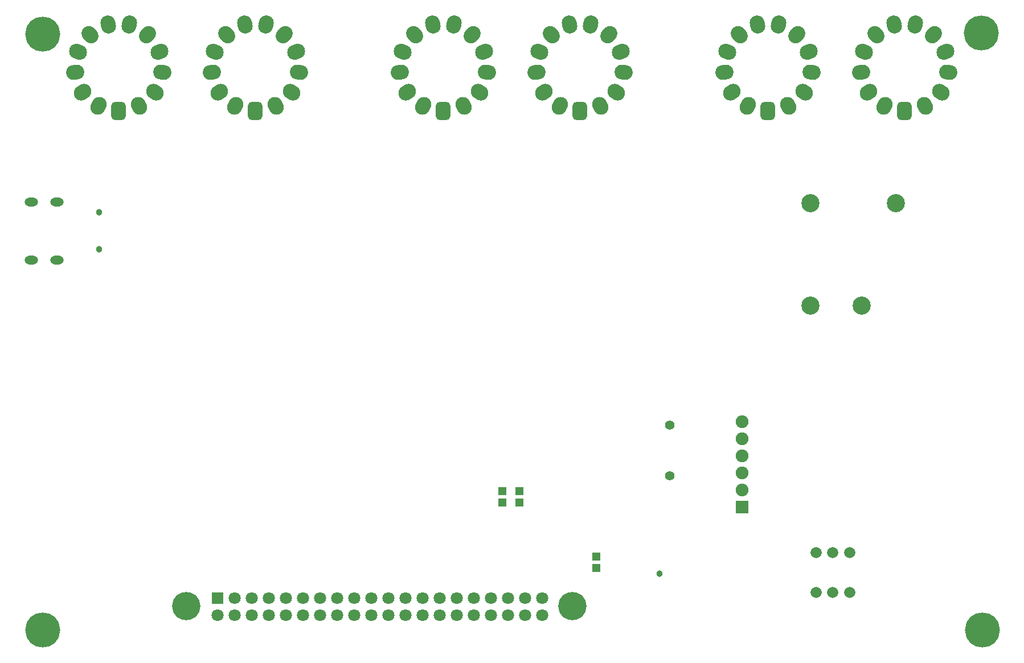
<source format=gbs>
G04*
G04 #@! TF.GenerationSoftware,Altium Limited,Altium Designer,20.0.9 (164)*
G04*
G04 Layer_Color=16711935*
%FSLAX25Y25*%
%MOIN*%
G70*
G01*
G75*
%ADD34R,0.04737X0.05131*%
%ADD50C,0.16548*%
%ADD51C,0.20485*%
G04:AMPARAMS|DCode=52|XSize=86.74mil|YSize=106.42mil|CornerRadius=0mil|HoleSize=0mil|Usage=FLASHONLY|Rotation=83.076|XOffset=0mil|YOffset=0mil|HoleType=Round|Shape=Round|*
%AMOVALD52*
21,1,0.01968,0.08674,0.00000,0.00000,173.1*
1,1,0.08674,0.00977,-0.00119*
1,1,0.08674,-0.00977,0.00119*
%
%ADD52OVALD52*%

G04:AMPARAMS|DCode=53|XSize=86.74mil|YSize=106.42mil|CornerRadius=0mil|HoleSize=0mil|Usage=FLASHONLY|Rotation=55.384|XOffset=0mil|YOffset=0mil|HoleType=Round|Shape=Round|*
%AMOVALD53*
21,1,0.01968,0.08674,0.00000,0.00000,145.4*
1,1,0.08674,0.00810,-0.00559*
1,1,0.08674,-0.00810,0.00559*
%
%ADD53OVALD53*%

G04:AMPARAMS|DCode=54|XSize=86.74mil|YSize=106.42mil|CornerRadius=0mil|HoleSize=0mil|Usage=FLASHONLY|Rotation=110.768|XOffset=0mil|YOffset=0mil|HoleType=Round|Shape=Round|*
%AMOVALD54*
21,1,0.01968,0.08674,0.00000,0.00000,200.8*
1,1,0.08674,0.00920,0.00349*
1,1,0.08674,-0.00920,-0.00349*
%
%ADD54OVALD54*%

G04:AMPARAMS|DCode=55|XSize=86.74mil|YSize=106.42mil|CornerRadius=0mil|HoleSize=0mil|Usage=FLASHONLY|Rotation=138.460|XOffset=0mil|YOffset=0mil|HoleType=Round|Shape=Round|*
%AMOVALD55*
21,1,0.01968,0.08674,0.00000,0.00000,228.5*
1,1,0.08674,0.00653,0.00737*
1,1,0.08674,-0.00653,-0.00737*
%
%ADD55OVALD55*%

G04:AMPARAMS|DCode=56|XSize=86.74mil|YSize=106.42mil|CornerRadius=0mil|HoleSize=0mil|Usage=FLASHONLY|Rotation=166.152|XOffset=0mil|YOffset=0mil|HoleType=Round|Shape=Round|*
%AMOVALD56*
21,1,0.01968,0.08674,0.00000,0.00000,256.2*
1,1,0.08674,0.00236,0.00956*
1,1,0.08674,-0.00236,-0.00956*
%
%ADD56OVALD56*%

G04:AMPARAMS|DCode=57|XSize=86.74mil|YSize=106.42mil|CornerRadius=0mil|HoleSize=0mil|Usage=FLASHONLY|Rotation=193.848|XOffset=0mil|YOffset=0mil|HoleType=Round|Shape=Round|*
%AMOVALD57*
21,1,0.01968,0.08674,0.00000,0.00000,283.8*
1,1,0.08674,-0.00236,0.00956*
1,1,0.08674,0.00236,-0.00956*
%
%ADD57OVALD57*%

G04:AMPARAMS|DCode=58|XSize=86.74mil|YSize=106.42mil|CornerRadius=0mil|HoleSize=0mil|Usage=FLASHONLY|Rotation=221.540|XOffset=0mil|YOffset=0mil|HoleType=Round|Shape=Round|*
%AMOVALD58*
21,1,0.01968,0.08674,0.00000,0.00000,311.5*
1,1,0.08674,-0.00653,0.00737*
1,1,0.08674,0.00653,-0.00737*
%
%ADD58OVALD58*%

G04:AMPARAMS|DCode=59|XSize=86.74mil|YSize=106.42mil|CornerRadius=0mil|HoleSize=0mil|Usage=FLASHONLY|Rotation=249.232|XOffset=0mil|YOffset=0mil|HoleType=Round|Shape=Round|*
%AMOVALD59*
21,1,0.01968,0.08674,0.00000,0.00000,339.2*
1,1,0.08674,-0.00920,0.00349*
1,1,0.08674,0.00920,-0.00349*
%
%ADD59OVALD59*%

G04:AMPARAMS|DCode=60|XSize=86.74mil|YSize=106.42mil|CornerRadius=0mil|HoleSize=0mil|Usage=FLASHONLY|Rotation=276.924|XOffset=0mil|YOffset=0mil|HoleType=Round|Shape=Round|*
%AMOVALD60*
21,1,0.01968,0.08674,0.00000,0.00000,6.9*
1,1,0.08674,-0.00977,-0.00119*
1,1,0.08674,0.00977,0.00119*
%
%ADD60OVALD60*%

G04:AMPARAMS|DCode=61|XSize=86.74mil|YSize=106.42mil|CornerRadius=0mil|HoleSize=0mil|Usage=FLASHONLY|Rotation=304.616|XOffset=0mil|YOffset=0mil|HoleType=Round|Shape=Round|*
%AMOVALD61*
21,1,0.01968,0.08674,0.00000,0.00000,34.6*
1,1,0.08674,-0.00810,-0.00559*
1,1,0.08674,0.00810,0.00559*
%
%ADD61OVALD61*%

G04:AMPARAMS|DCode=62|XSize=86.74mil|YSize=106.42mil|CornerRadius=0mil|HoleSize=0mil|Usage=FLASHONLY|Rotation=332.308|XOffset=0mil|YOffset=0mil|HoleType=Round|Shape=Round|*
%AMOVALD62*
21,1,0.01968,0.08674,0.00000,0.00000,62.3*
1,1,0.08674,-0.00457,-0.00872*
1,1,0.08674,0.00457,0.00872*
%
%ADD62OVALD62*%

G04:AMPARAMS|DCode=63|XSize=86.74mil|YSize=106.42mil|CornerRadius=0mil|HoleSize=0mil|Usage=FLASHONLY|Rotation=27.692|XOffset=0mil|YOffset=0mil|HoleType=Round|Shape=Round|*
%AMOVALD63*
21,1,0.01968,0.08674,0.00000,0.00000,117.7*
1,1,0.08674,0.00457,-0.00872*
1,1,0.08674,-0.00457,0.00872*
%
%ADD63OVALD63*%

G04:AMPARAMS|DCode=64|XSize=86.74mil|YSize=106.42mil|CornerRadius=23.68mil|HoleSize=0mil|Usage=FLASHONLY|Rotation=0.000|XOffset=0mil|YOffset=0mil|HoleType=Round|Shape=RoundedRectangle|*
%AMROUNDEDRECTD64*
21,1,0.08674,0.05906,0,0,0.0*
21,1,0.03937,0.10642,0,0,0.0*
1,1,0.04737,0.01968,-0.02953*
1,1,0.04737,-0.01968,-0.02953*
1,1,0.04737,-0.01968,0.02953*
1,1,0.04737,0.01968,0.02953*
%
%ADD64ROUNDEDRECTD64*%
%ADD65C,0.05524*%
%ADD66C,0.06540*%
%ADD67R,0.07099X0.07099*%
%ADD68C,0.07099*%
%ADD69C,0.10642*%
%ADD70O,0.07887X0.05131*%
%ADD71R,0.07493X0.07493*%
%ADD72C,0.07493*%
%ADD73C,0.03800*%
D34*
X4500Y-115000D02*
D03*
Y-108307D02*
D03*
X-5500Y-115000D02*
D03*
Y-108307D02*
D03*
X49400Y-146653D02*
D03*
Y-153347D02*
D03*
D50*
X-190500Y-175500D02*
D03*
X35500D02*
D03*
D51*
X275000Y160000D02*
D03*
X275500Y-189500D02*
D03*
X-274500D02*
D03*
Y159500D02*
D03*
D52*
X255404Y136915D02*
D03*
X175404D02*
D03*
X65404D02*
D03*
X-14596D02*
D03*
X-124596D02*
D03*
X-204596D02*
D03*
D53*
X251060Y125463D02*
D03*
X171060D02*
D03*
X61061D02*
D03*
X-18939D02*
D03*
X-128940D02*
D03*
X-208940D02*
D03*
D54*
X253927Y149076D02*
D03*
X173927D02*
D03*
X63927D02*
D03*
X-16073D02*
D03*
X-126073D02*
D03*
X-206073D02*
D03*
D55*
X246969Y159155D02*
D03*
X166969D02*
D03*
X56969D02*
D03*
X-23031D02*
D03*
X-133031D02*
D03*
X-213031D02*
D03*
D56*
X236123Y164847D02*
D03*
X156123D02*
D03*
X46123D02*
D03*
X-33877D02*
D03*
X-143877D02*
D03*
X-223877D02*
D03*
D57*
X223875Y164847D02*
D03*
X143875D02*
D03*
X33875D02*
D03*
X-46125D02*
D03*
X-156125D02*
D03*
X-236125D02*
D03*
D58*
X213030Y159154D02*
D03*
X133030D02*
D03*
X23030D02*
D03*
X-56970D02*
D03*
X-166970D02*
D03*
X-246970D02*
D03*
D59*
X206072Y149074D02*
D03*
X126072D02*
D03*
X16072D02*
D03*
X-63928D02*
D03*
X-173928D02*
D03*
X-253928D02*
D03*
D60*
X204596Y136915D02*
D03*
X124596D02*
D03*
X14596D02*
D03*
X-65404D02*
D03*
X-175404D02*
D03*
X-255404D02*
D03*
D61*
X208940Y125463D02*
D03*
X128940D02*
D03*
X18939D02*
D03*
X-61061D02*
D03*
X-171060D02*
D03*
X-251060D02*
D03*
D62*
X218108Y117341D02*
D03*
X138108D02*
D03*
X28108D02*
D03*
X-51892D02*
D03*
X-161892D02*
D03*
X-241892D02*
D03*
D63*
X241892D02*
D03*
X161892D02*
D03*
X51892D02*
D03*
X-28108D02*
D03*
X-138108D02*
D03*
X-218108D02*
D03*
D64*
X230000Y114409D02*
D03*
X150000D02*
D03*
X40000D02*
D03*
X-40000D02*
D03*
X-150000D02*
D03*
X-230000D02*
D03*
D65*
X92500Y-69700D02*
D03*
Y-99200D02*
D03*
D66*
X178157Y-167811D02*
D03*
X188000D02*
D03*
X197843D02*
D03*
X178157Y-144189D02*
D03*
X188000D02*
D03*
X197843D02*
D03*
D67*
X-172000Y-171000D02*
D03*
D68*
Y-181000D02*
D03*
X-162000Y-171000D02*
D03*
Y-181000D02*
D03*
X-152000Y-171000D02*
D03*
Y-181000D02*
D03*
X-142000Y-171000D02*
D03*
Y-181000D02*
D03*
X-132000Y-171000D02*
D03*
Y-181000D02*
D03*
X-122000Y-171000D02*
D03*
Y-181000D02*
D03*
X-112000Y-171000D02*
D03*
Y-181000D02*
D03*
X-102000Y-171000D02*
D03*
Y-181000D02*
D03*
X-92000Y-171000D02*
D03*
Y-181000D02*
D03*
X-82000Y-171000D02*
D03*
Y-181000D02*
D03*
X-72000Y-171000D02*
D03*
Y-181000D02*
D03*
X-62000Y-171000D02*
D03*
Y-181000D02*
D03*
X-52000Y-171000D02*
D03*
Y-181000D02*
D03*
X-42000Y-171000D02*
D03*
Y-181000D02*
D03*
X-32000Y-171000D02*
D03*
Y-181000D02*
D03*
X-22000Y-171000D02*
D03*
Y-181000D02*
D03*
X-12000Y-171000D02*
D03*
Y-181000D02*
D03*
X-2000Y-171000D02*
D03*
Y-181000D02*
D03*
X8000Y-171000D02*
D03*
Y-181000D02*
D03*
X18000Y-171000D02*
D03*
Y-181000D02*
D03*
D69*
X175000Y500D02*
D03*
X205000D02*
D03*
X175000Y60500D02*
D03*
X225000D02*
D03*
D70*
X-266315Y26992D02*
D03*
Y61008D02*
D03*
X-281275Y26992D02*
D03*
Y61008D02*
D03*
D71*
X135000Y-117500D02*
D03*
D72*
Y-107500D02*
D03*
Y-97500D02*
D03*
Y-87500D02*
D03*
Y-77500D02*
D03*
Y-67500D02*
D03*
D73*
X86500Y-156500D02*
D03*
X-241500Y33500D02*
D03*
Y55000D02*
D03*
M02*

</source>
